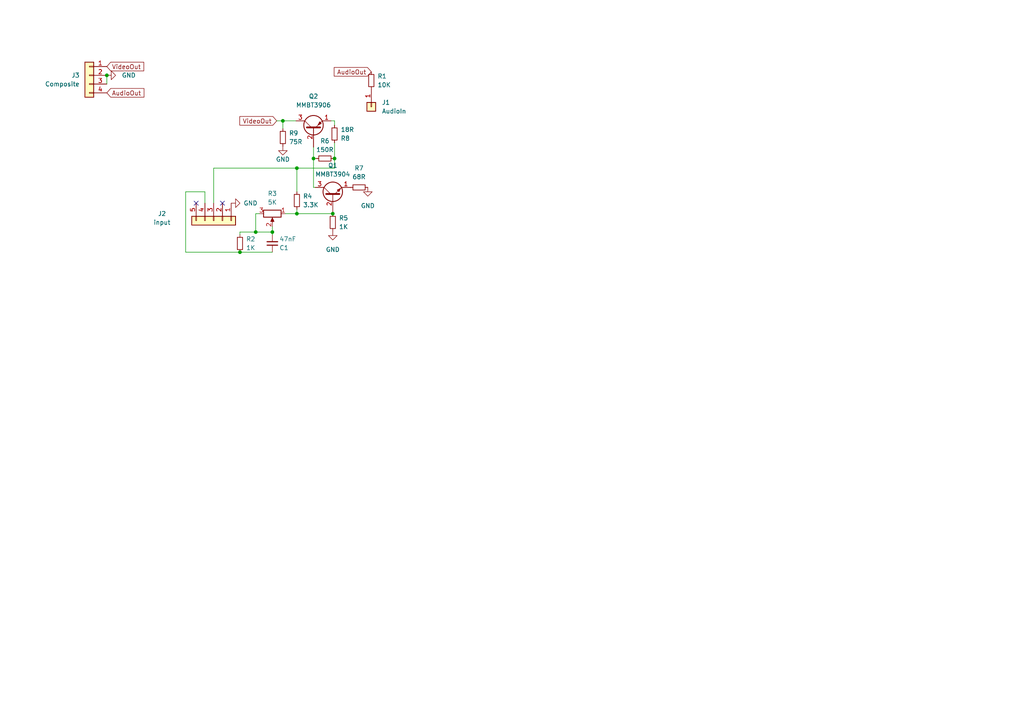
<source format=kicad_sch>
(kicad_sch (version 20230121) (generator eeschema)
  (paper "A4")
  (lib_symbols
    (symbol "Connector_Generic:Conn_01x01" (pin_names (offset 1.016) hide)
      (property "Reference" "J" (at 0 2.54 0))
      (property "Value" "Conn_01x01" (at 0 -2.54 0))
      (symbol "Conn_01x01_1_1"
        (rectangle (start -1.27 0.127) (end 0 -0.127) (stroke (width 0.1524)))
        (rectangle (start -1.27 1.27) (end 1.27 -1.27) (stroke (width 0.254)) (fill (type background)))
        (pin passive line (at -5.08 0 0) (length 3.81) (name "Pin_1") (number "1"))
      )
    )
    (symbol "Connector_Generic:Conn_01x04" (pin_names (offset 1.016) hide)
      (property "Reference" "J" (at 0 5.08 0))
      (property "Value" "Conn_01x04" (at 0 -7.62 0))
      (symbol "Conn_01x04_1_1"
        (rectangle (start -1.27 -4.953) (end 0 -5.207) (stroke (width 0.1524)))
        (rectangle (start -1.27 -2.413) (end 0 -2.667) (stroke (width 0.1524)))
        (rectangle (start -1.27 0.127) (end 0 -0.127) (stroke (width 0.1524)))
        (rectangle (start -1.27 2.667) (end 0 2.413) (stroke (width 0.1524)))
        (rectangle (start -1.27 3.81) (end 1.27 -6.35) (stroke (width 0.254)) (fill (type background)))
        (pin passive line (at -5.08 2.54 0) (length 3.81) (name "Pin_1") (number "1"))
        (pin passive line (at -5.08 0 0) (length 3.81) (name "Pin_2") (number "2"))
        (pin passive line (at -5.08 -2.54 0) (length 3.81) (name "Pin_3") (number "3"))
        (pin passive line (at -5.08 -5.08 0) (length 3.81) (name "Pin_4") (number "4"))
      )
    )
    (symbol "Connector_Generic:Conn_01x05" (pin_names (offset 1.016) hide)
      (property "Reference" "J" (at 0 7.62 0))
      (property "Value" "Conn_01x05" (at 0 -7.62 0))
      (symbol "Conn_01x05_1_1"
        (rectangle (start -1.27 -4.953) (end 0 -5.207) (stroke (width 0.1524)))
        (rectangle (start -1.27 -2.413) (end 0 -2.667) (stroke (width 0.1524)))
        (rectangle (start -1.27 0.127) (end 0 -0.127) (stroke (width 0.1524)))
        (rectangle (start -1.27 2.667) (end 0 2.413) (stroke (width 0.1524)))
        (rectangle (start -1.27 5.207) (end 0 4.953) (stroke (width 0.1524)))
        (rectangle (start -1.27 6.35) (end 1.27 -6.35) (stroke (width 0.254)) (fill (type background)))
        (pin passive line (at -5.08 5.08 0) (length 3.81) (name "Pin_1") (number "1"))
        (pin passive line (at -5.08 2.54 0) (length 3.81) (name "Pin_2") (number "2"))
        (pin passive line (at -5.08 0 0) (length 3.81) (name "Pin_3") (number "3"))
        (pin passive line (at -5.08 -2.54 0) (length 3.81) (name "Pin_4") (number "4"))
        (pin passive line (at -5.08 -5.08 0) (length 3.81) (name "Pin_5") (number "5"))
      )
    )
    (symbol "Device:C_Small" (pin_numbers hide) (pin_names (offset 0.254) hide)
      (property "Reference" "C" (at 0.254 1.778 0))
      (property "Value" "C_Small" (at 0.254 -2.032 0))
      (symbol "C_Small_0_1"
        (polyline (pts (xy -1.524 -0.508) (xy 1.524 -0.508)) (stroke (width 0.3302)))
        (polyline (pts (xy -1.524 0.508) (xy 1.524 0.508)) (stroke (width 0.3048)))
      )
      (symbol "C_Small_1_1"
        (pin passive line (at 0 2.54 270) (length 2.032) (name "~") (number "1"))
        (pin passive line (at 0 -2.54 90) (length 2.032) (name "~") (number "2"))
      )
    )
    (symbol "Device:R_Potentiometer" (pin_names (offset 1.016) hide)
      (property "Reference" "RV" (at -4.445 0 90))
      (property "Value" "R_Potentiometer" (at -2.54 0 90))
      (symbol "R_Potentiometer_0_1"
        (polyline (pts (xy 2.54 0) (xy 1.524 0)))
        (polyline (pts (xy 1.143 0) (xy 2.286 0.508) (xy 2.286 -0.508) (xy 1.143 0)) (fill (type outline)))
        (rectangle (start 1.016 2.54) (end -1.016 -2.54) (stroke (width 0.254)))
      )
      (symbol "R_Potentiometer_1_1"
        (pin passive line (at 0 3.81 270) (length 1.27) (name "1") (number "1"))
        (pin passive line (at 3.81 0 180) (length 1.27) (name "2") (number "2"))
        (pin passive line (at 0 -3.81 90) (length 1.27) (name "3") (number "3"))
      )
    )
    (symbol "Device:R_Small" (pin_numbers hide) (pin_names (offset 0.254) hide)
      (property "Reference" "R" (at 0.762 0.508 0))
      (property "Value" "R_Small" (at 0.762 -1.016 0))
      (symbol "R_Small_0_1"
        (rectangle (start -0.762 1.778) (end 0.762 -1.778) (stroke (width 0.2032)))
      )
      (symbol "R_Small_1_1"
        (pin passive line (at 0 2.54 270) (length 0.762) (name "~") (number "1"))
        (pin passive line (at 0 -2.54 90) (length 0.762) (name "~") (number "2"))
      )
    )
    (symbol "Transistor_BJT:2N3904" (pin_names (offset 0) hide)
      (property "Reference" "Q" (at 5.08 1.905 0))
      (property "Value" "2N3904" (at 5.08 0 0))
      (symbol "2N3904_0_1"
        (polyline (pts (xy 0.635 0.635) (xy 2.54 2.54)))
        (polyline (pts (xy 0.635 -0.635) (xy 2.54 -2.54) (xy 2.54 -2.54)))
        (polyline (pts (xy 0.635 1.905) (xy 0.635 -1.905) (xy 0.635 -1.905)) (stroke (width 0.508)))
        (polyline (pts (xy 1.27 -1.778) (xy 1.778 -1.27) (xy 2.286 -2.286) (xy 1.27 -1.778) (xy 1.27 -1.778)) (fill (type outline)))
        (circle (center 1.27 0) (radius 2.8194) (stroke (width 0.254)))
      )
      (symbol "2N3904_1_1"
        (pin passive line (at 2.54 -5.08 90) (length 2.54) (name "E") (number "1"))
        (pin passive line (at -5.08 0 0) (length 5.715) (name "B") (number "2"))
        (pin passive line (at 2.54 5.08 270) (length 2.54) (name "C") (number "3"))
      )
    )
    (symbol "Transistor_BJT:2N3906" (pin_names (offset 0) hide)
      (property "Reference" "Q" (at 5.08 1.905 0))
      (property "Value" "2N3906" (at 5.08 0 0))
      (symbol "2N3906_0_1"
        (polyline (pts (xy 0.635 0.635) (xy 2.54 2.54)))
        (polyline (pts (xy 0.635 -0.635) (xy 2.54 -2.54) (xy 2.54 -2.54)))
        (polyline (pts (xy 0.635 1.905) (xy 0.635 -1.905) (xy 0.635 -1.905)) (stroke (width 0.508)))
        (polyline (pts (xy 2.286 -1.778) (xy 1.778 -2.286) (xy 1.27 -1.27) (xy 2.286 -1.778) (xy 2.286 -1.778)) (fill (type outline)))
        (circle (center 1.27 0) (radius 2.8194) (stroke (width 0.254)))
      )
      (symbol "2N3906_1_1"
        (pin passive line (at 2.54 -5.08 90) (length 2.54) (name "E") (number "1"))
        (pin input line (at -5.08 0 0) (length 5.715) (name "B") (number "2"))
        (pin passive line (at 2.54 5.08 270) (length 2.54) (name "C") (number "3"))
      )
    )
    (symbol "power:GND" (power) (pin_names (offset 0))
      (property "Value" "GND" (at 0 -3.81 0))
      (symbol "GND_0_1"
        (polyline (pts (xy 0 0) (xy 0 -1.27) (xy 1.27 -1.27) (xy 0 -2.54) (xy -1.27 -1.27) (xy 0 -1.27)))
      )
      (symbol "GND_1_1"
        (pin power_in line (at 0 0 270) (length 0) hide (name "GND") (number "1"))
      )
    )
  )
  (junction (at 69.596 73.152))
  (junction (at 96.52 61.976))
  (junction (at 74.168 67.31))
  (junction (at 86.106 48.768))
  (junction (at 78.994 67.31))
  (junction (at 82.042 35.052))
  (junction (at 30.988 21.844))
  (junction (at 97.028 45.974))
  (junction (at 86.106 61.976))
  (junction (at 90.932 45.974))
  (no_connect (at 56.896 58.928))
  (no_connect (at 64.516 58.928))
  (wire (pts (xy 53.848 73.152) (xy 69.596 73.152)))
  (wire (pts (xy 97.028 45.974) (xy 96.774 45.974)))
  (wire (pts (xy 69.596 67.31) (xy 69.596 68.072)))
  (wire (pts (xy 97.028 35.052) (xy 97.028 36.322)))
  (wire (pts (xy 30.988 21.844) (xy 30.988 24.384)))
  (wire (pts (xy 61.976 48.768) (xy 61.976 58.928)))
  (wire (pts (xy 82.042 35.052) (xy 85.852 35.052)))
  (wire (pts (xy 59.436 58.928) (xy 59.436 55.626)))
  (wire (pts (xy 86.106 55.626) (xy 86.106 48.768)))
  (wire (pts (xy 90.932 42.672) (xy 90.932 45.974)))
  (wire (pts (xy 74.168 67.31) (xy 69.596 67.31)))
  (wire (pts (xy 74.168 61.976) (xy 74.168 67.31)))
  (wire (pts (xy 90.932 54.356) (xy 91.44 54.356)))
  (wire (pts (xy 74.168 67.31) (xy 78.994 67.31)))
  (wire (pts (xy 78.994 67.31) (xy 78.994 65.786)))
  (wire (pts (xy 82.042 37.338) (xy 82.042 35.052)))
  (wire (pts (xy 86.106 61.976) (xy 96.52 61.976)))
  (wire (pts (xy 59.436 55.626) (xy 53.848 55.626)))
  (wire (pts (xy 75.184 61.976) (xy 74.168 61.976)))
  (wire (pts (xy 78.994 67.31) (xy 78.994 68.072)))
  (wire (pts (xy 97.028 41.402) (xy 97.028 45.974)))
  (wire (pts (xy 61.976 48.768) (xy 86.106 48.768)))
  (wire (pts (xy 86.106 60.706) (xy 86.106 61.976)))
  (wire (pts (xy 80.264 35.052) (xy 82.042 35.052)))
  (wire (pts (xy 53.848 55.626) (xy 53.848 73.152)))
  (wire (pts (xy 69.596 73.152) (xy 78.994 73.152)))
  (wire (pts (xy 86.106 61.976) (xy 82.804 61.976)))
  (wire (pts (xy 86.106 48.768) (xy 97.028 48.768)))
  (wire (pts (xy 96.012 35.052) (xy 97.028 35.052)))
  (wire (pts (xy 90.932 45.974) (xy 90.932 54.356)))
  (wire (pts (xy 97.028 48.768) (xy 97.028 45.974)))
  (wire (pts (xy 90.932 45.974) (xy 91.694 45.974)))
  (global_label "VideoOut" (shape input) (at 80.264 35.052 180) (property "Intersheetrefs" "${INTERSHEET_REFS}" (effects hide)))
  (global_label "AudioOut" (shape input) (at 107.696 20.828 180) (property "Intersheetrefs" "${INTERSHEET_REFS}" (effects hide)))
  (global_label "VideoOut" (shape input) (at 30.988 19.304 0) (property "Intersheetrefs" "${INTERSHEET_REFS}" (effects hide)))
  (global_label "AudioOut" (shape input) (at 30.988 26.924 0) (property "Intersheetrefs" "${INTERSHEET_REFS}" (effects hide)))
  (symbol (lib_id "Device:C_Small") (at 78.994 70.612 0) (mirror x) (unit 1)
    (property "Reference" "C1" (at 81.026 71.882 0) (effects (justify left)))
    (property "Value" "47nF" (at 81.026 69.342 0) (effects (justify left)))
    (property "Footprint" "Capacitor_SMD:C_0805_2012Metric_Pad1.18x1.45mm_HandSolder" (effects hide))
  )
  (symbol (lib_id "Device:R_Small") (at 82.042 39.878 0) (unit 1)
    (property "Reference" "R9" (at 83.82 38.608 0) (effects (justify left)))
    (property "Value" "75R" (at 83.82 41.148 0) (effects (justify left)))
    (property "Footprint" "Resistor_SMD:R_0805_2012Metric_Pad1.20x1.40mm_HandSolder" (effects hide))
  )
  (symbol (lib_id "Transistor_BJT:2N3906") (at 90.932 37.592 90) (unit 1)
    (property "Reference" "Q2" (at 90.932 27.94 90))
    (property "Value" "MMBT3906" (at 90.932 30.48 90))
    (property "Footprint" "Package_TO_SOT_SMD:SOT-23-3" (effects hide))
    (property "Datasheet" "https://www.onsemi.com/pub/Collateral/2N3906-D.PDF" (effects hide))
  )
  (symbol (lib_id "Device:R_Small") (at 86.106 58.166 0) (unit 1)
    (property "Reference" "R4" (at 87.884 56.896 0) (effects (justify left)))
    (property "Value" "3.3K" (at 87.884 59.436 0) (effects (justify left)))
    (property "Footprint" "Resistor_SMD:R_0805_2012Metric_Pad1.20x1.40mm_HandSolder" (effects hide))
  )
  (symbol (lib_id "Device:R_Small") (at 96.52 64.516 0) (unit 1)
    (property "Reference" "R5" (at 98.298 63.246 0) (effects (justify left)))
    (property "Value" "1K" (at 98.298 65.786 0) (effects (justify left)))
    (property "Footprint" "Resistor_SMD:R_0805_2012Metric_Pad1.20x1.40mm_HandSolder" (effects hide))
  )
  (symbol (lib_id "Device:R_Potentiometer") (at 78.994 61.976 270) (unit 1)
    (property "Reference" "R3" (at 78.994 56.134 90))
    (property "Value" "5K" (at 78.994 58.674 90))
    (property "Footprint" "Potentiometer_THT:Potentiometer_Bourns_3386C_Horizontal" (effects hide))
  )
  (symbol (lib_id "power:GND") (at 67.056 58.928 90) (unit 1)
    (property "Reference" "#PWR05" (effects hide))
    (property "Value" "GND" (at 70.612 58.928 90) (effects (justify right)))
  )
  (symbol (lib_id "Device:R_Small") (at 69.596 70.612 0) (unit 1)
    (property "Reference" "R2" (at 71.374 69.342 0) (effects (justify left)))
    (property "Value" "1K" (at 71.374 71.882 0) (effects (justify left)))
    (property "Footprint" "Resistor_SMD:R_0805_2012Metric_Pad1.20x1.40mm_HandSolder" (effects hide))
  )
  (symbol (lib_id "Connector_Generic:Conn_01x01") (at 107.696 30.988 270) (unit 1)
    (property "Reference" "J1" (at 110.744 29.718 90) (effects (justify left)))
    (property "Value" "AudioIn" (at 110.744 32.258 90) (effects (justify left)))
    (property "Footprint" "TestPoint:TestPoint_THTPad_1.0x1.0mm_Drill0.5mm" (effects hide))
  )
  (symbol (lib_id "Connector_Generic:Conn_01x05") (at 61.976 64.008 270) (unit 1)
    (property "Reference" "J2" (at 46.99 61.976 90))
    (property "Value" "input" (at 46.99 64.516 90))
    (property "Footprint" "Connector_PinHeader_2.54mm:PinHeader_1x05_P2.54mm_Horizontal" (effects hide))
  )
  (symbol (lib_id "power:GND") (at 82.042 42.418 0) (unit 1)
    (property "Reference" "#PWR02" (effects hide))
    (property "Value" "GND" (at 82.042 46.228 0))
  )
  (symbol (lib_id "power:GND") (at 106.68 54.356 0) (unit 1)
    (property "Reference" "#PWR04" (effects hide))
    (property "Value" "GND" (at 106.68 59.69 0))
  )
  (symbol (lib_id "Device:R_Small") (at 107.696 23.368 0) (unit 1)
    (property "Reference" "R1" (at 109.474 22.098 0) (effects (justify left)))
    (property "Value" "10K" (at 109.474 24.638 0) (effects (justify left)))
    (property "Footprint" "Resistor_SMD:R_0805_2012Metric_Pad1.20x1.40mm_HandSolder" (effects hide))
  )
  (symbol (lib_id "Device:R_Small") (at 94.234 45.974 90) (unit 1)
    (property "Reference" "R6" (at 94.234 40.894 90))
    (property "Value" "150R" (at 94.234 43.434 90))
    (property "Footprint" "Resistor_SMD:R_0805_2012Metric_Pad1.20x1.40mm_HandSolder" (effects hide))
  )
  (symbol (lib_id "power:GND") (at 96.52 67.056 0) (unit 1)
    (property "Reference" "#PWR03" (effects hide))
    (property "Value" "GND" (at 96.52 72.39 0))
  )
  (symbol (lib_id "Device:R_Small") (at 97.028 38.862 0) (mirror x) (unit 1)
    (property "Reference" "R8" (at 98.806 40.132 0) (effects (justify left)))
    (property "Value" "18R" (at 98.806 37.592 0) (effects (justify left)))
    (property "Footprint" "Resistor_SMD:R_0805_2012Metric_Pad1.20x1.40mm_HandSolder" (effects hide))
  )
  (symbol (lib_id "Transistor_BJT:2N3904") (at 96.52 56.896 90) (unit 1)
    (property "Reference" "Q1" (at 96.52 48.006 90))
    (property "Value" "MMBT3904" (at 96.52 50.546 90))
    (property "Footprint" "Package_TO_SOT_SMD:SOT-23-3" (effects hide))
    (property "Datasheet" "https://www.onsemi.com/pub/Collateral/2N3903-D.PDF" (effects hide))
  )
  (symbol (lib_id "Connector_Generic:Conn_01x04") (at 25.908 21.844 0) (mirror y) (unit 1)
    (property "Reference" "J3" (at 23.114 21.844 0) (effects (justify left)))
    (property "Value" "Composite" (at 23.114 24.384 0) (effects (justify left)))
    (property "Footprint" "Connector_PinHeader_2.54mm:PinHeader_1x04_P2.54mm_Horizontal" (effects hide))
  )
  (symbol (lib_id "power:GND") (at 30.988 21.844 90) (unit 1)
    (property "Reference" "#PWR01" (effects hide))
    (property "Value" "GND" (at 35.306 21.844 90) (effects (justify right)))
  )
  (symbol (lib_id "Device:R_Small") (at 104.14 54.356 90) (unit 1)
    (property "Reference" "R7" (at 104.14 48.768 90))
    (property "Value" "68R" (at 104.14 51.308 90))
    (property "Footprint" "Resistor_SMD:R_0805_2012Metric_Pad1.20x1.40mm_HandSolder" (effects hide))
  )
)
</source>
